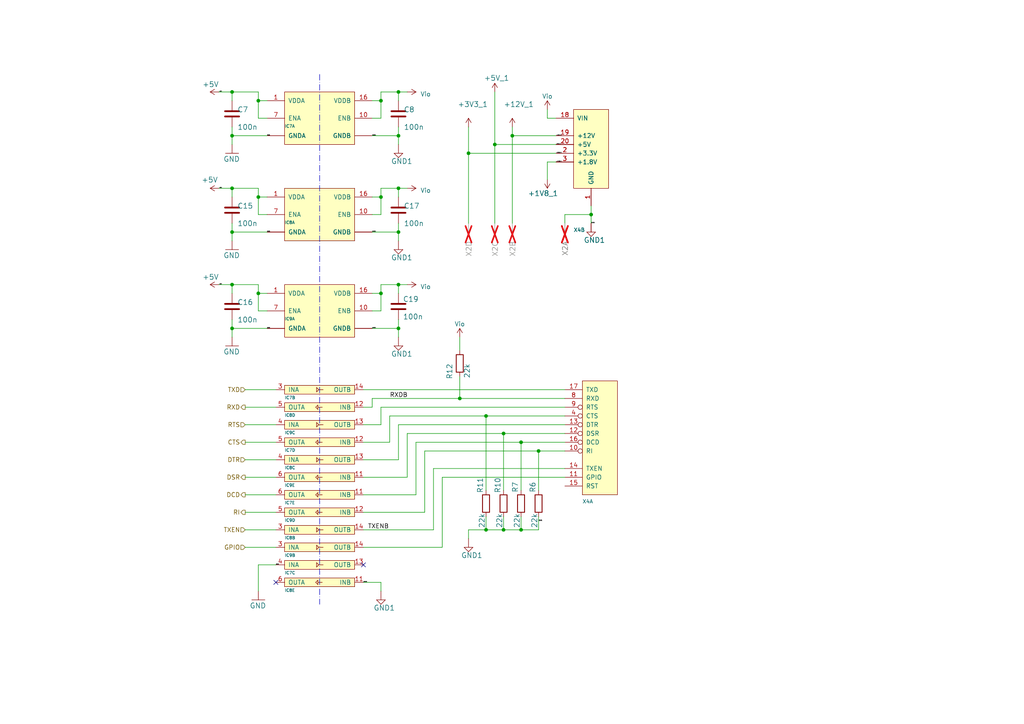
<source format=kicad_sch>
(kicad_sch (version 20250114) (generator "eeschema") (generator_version "9.0")
  (paper "A4")
  (lib_symbols
    (symbol "AllSerial:+12V_1" (power) (pin_names (offset 0))
      (property "Value" "+12V_1" (at 0 3.556 0))
      (symbol "+12V_1_0_1"
        (polyline (pts (xy -0.762 1.27) (xy 0 2.54)))
        (polyline (pts (xy 0 2.54) (xy 0.762 1.27)))
        (polyline (pts (xy 0 0) (xy 0 2.54)))
      )
      (symbol "+12V_1_1_1"
        (pin power_in line (at 0 0 90) (length 0) (hide yes) (name "+12V_1") (number "1"))
      )
    )
    (symbol "AllSerial:+1V8_1" (power) (pin_names (offset 0))
      (property "Value" "+1V8_1" (at 0 3.556 0))
      (symbol "+1V8_1_0_1"
        (polyline (pts (xy -0.762 1.27) (xy 0 2.54)))
        (polyline (pts (xy 0 2.54) (xy 0.762 1.27)))
        (polyline (pts (xy 0 0) (xy 0 2.54)))
      )
      (symbol "+1V8_1_1_1"
        (pin power_in line (at 0 0 90) (length 0) (hide yes) (name "+1V8_1") (number "1"))
      )
    )
    (symbol "AllSerial:+3V3_1" (power) (pin_names (offset 0))
      (property "Value" "+3V3_1" (at 0 3.556 0))
      (symbol "+3V3_1_0_1"
        (polyline (pts (xy -0.762 1.27) (xy 0 2.54)))
        (polyline (pts (xy 0 2.54) (xy 0.762 1.27)))
        (polyline (pts (xy 0 0) (xy 0 2.54)))
      )
      (symbol "+3V3_1_1_1"
        (pin power_in line (at 0 0 90) (length 0) (hide yes) (name "+3V3_1") (number "1"))
      )
    )
    (symbol "AllSerial:+5V_1" (power) (pin_names (offset 0))
      (property "Value" "+5V_1" (at 0 3.556 0))
      (symbol "+5V_1_0_1"
        (polyline (pts (xy -0.762 1.27) (xy 0 2.54)))
        (polyline (pts (xy 0 2.54) (xy 0.762 1.27)))
        (polyline (pts (xy 0 0) (xy 0 2.54)))
      )
      (symbol "+5V_1_1_1"
        (pin power_in line (at 0 0 90) (length 0) (hide yes) (name "+5V_1") (number "1"))
      )
    )
    (symbol "AllSerial:ADuM142" (pin_names (offset 1.016))
      (property "Reference" "IC" (at -10.16 -10.16 0))
      (symbol "ADuM142_1_0"
        (pin power_in line (at -15.24 5.08 0) (length 5.08) (name "VDDA") (number "1"))
        (pin input line (at -15.24 0 0) (length 5.08) (name "ENA") (number "7"))
        (pin power_in line (at -15.24 -5.08 0) (length 5.08) (name "GNDA") (number "2"))
        (pin power_in line (at -15.24 -5.08 0) (length 5.08) (name "GNDA") (number "8"))
        (pin power_in line (at 15.24 5.08 180) (length 5.08) (name "VDDB") (number "16"))
        (pin input line (at 15.24 0 180) (length 5.08) (name "ENB") (number "10"))
        (pin power_in line (at 15.24 -5.08 180) (length 5.08) (name "GNDB") (number "15"))
        (pin power_in line (at 15.24 -5.08 180) (length 5.08) (name "GNDB") (number "9"))
      )
      (symbol "ADuM142_1_1"
        (rectangle (start -10.16 7.62) (end 10.16 -7.62) (fill (type background)))
      )
      (symbol "ADuM142_2_0"
        (polyline (pts (xy -0.889 0.635) (xy -0.889 -0.635)))
        (polyline (pts (xy -0.889 -0.635) (xy -0.254 0)))
        (polyline (pts (xy -0.254 0) (xy -0.889 0.635)))
        (polyline (pts (xy -0.254 0) (xy 1.016 0)))
        (pin input line (at -12.7 0 0) (length 2.54) (name "INA") (number "3"))
        (pin output line (at 12.7 0 180) (length 2.54) (name "OUTB") (number "14"))
      )
      (symbol "ADuM142_2_1"
        (rectangle (start -10.16 1.27) (end 10.16 -1.27) (fill (type background)))
      )
      (symbol "ADuM142_3_0"
        (polyline (pts (xy -0.889 0.635) (xy -0.889 -0.635)))
        (polyline (pts (xy -0.889 -0.635) (xy -0.254 0)))
        (polyline (pts (xy -0.254 0) (xy -0.889 0.635)))
        (polyline (pts (xy -0.254 0) (xy 1.016 0)))
        (pin input line (at -12.7 0 0) (length 2.54) (name "INA") (number "4"))
        (pin output line (at 12.7 0 180) (length 2.54) (name "OUTB") (number "13"))
      )
      (symbol "ADuM142_3_1"
        (rectangle (start -10.16 1.27) (end 10.16 -1.27) (fill (type background)))
      )
      (symbol "ADuM142_4_0"
        (polyline (pts (xy -1.143 0) (xy -0.508 -0.635)))
        (polyline (pts (xy -0.508 0.635) (xy -1.143 0)))
        (polyline (pts (xy -0.508 0) (xy 0.762 0)))
        (polyline (pts (xy -0.508 -0.635) (xy -0.508 0.635)))
        (pin output line (at -12.7 0 0) (length 2.54) (name "OUTA") (number "5"))
        (pin input line (at 12.7 0 180) (length 2.54) (name "INB") (number "12"))
      )
      (symbol "ADuM142_4_1"
        (rectangle (start -10.16 1.27) (end 10.16 -1.27) (fill (type background)))
      )
      (symbol "ADuM142_5_0"
        (polyline (pts (xy -1.143 0) (xy -0.508 -0.635)))
        (polyline (pts (xy -0.508 0.635) (xy -1.143 0)))
        (polyline (pts (xy -0.508 0) (xy 0.762 0)))
        (polyline (pts (xy -0.508 -0.635) (xy -0.508 0.635)))
        (pin output line (at -12.7 0 0) (length 2.54) (name "OUTA") (number "6"))
        (pin input line (at 12.7 0 180) (length 2.54) (name "INB") (number "11"))
      )
      (symbol "ADuM142_5_1"
        (rectangle (start -10.16 1.27) (end 10.16 -1.27) (fill (type background)))
      )
    )
    (symbol "AllSerial:AllSerial_Connector" (pin_names (offset 1.016))
      (property "Reference" "X" (at -5.08 19.05 0))
      (symbol "AllSerial_Connector_1_0"
        (pin output line (at 10.16 15.24 180) (length 5.08) (name "TXD") (number "17"))
        (pin input line (at 10.16 12.7 180) (length 5.08) (name "RXD") (number "8"))
        (pin output inverted (at 10.16 10.16 180) (length 5.08) (name "RTS") (number "9"))
        (pin input inverted (at 10.16 7.62 180) (length 5.08) (name "CTS") (number "4"))
        (pin output inverted (at 10.16 5.08 180) (length 5.08) (name "DTR") (number "13"))
        (pin input inverted (at 10.16 2.54 180) (length 5.08) (name "DSR") (number "12"))
        (pin input inverted (at 10.16 0 180) (length 5.08) (name "DCD") (number "16"))
        (pin input inverted (at 10.16 -2.54 180) (length 5.08) (name "RI") (number "10"))
        (pin output line (at 10.16 -7.62 180) (length 5.08) (name "TXEN") (number "14"))
        (pin bidirectional line (at 10.16 -10.16 180) (length 5.08) (name "GPIO") (number "11"))
        (pin bidirectional line (at 10.16 -12.7 180) (length 5.08) (name "RST") (number "15"))
      )
      (symbol "AllSerial_Connector_1_1"
        (rectangle (start -5.08 17.78) (end 5.08 -15.24) (fill (type background)))
      )
      (symbol "AllSerial_Connector_2_0"
        (pin bidirectional line (at 0 -10.16 90) (length 5.08) (name "GND") (number "1"))
        (pin bidirectional line (at 10.16 15.24 180) (length 5.08) (name "VIN") (number "18"))
        (pin bidirectional line (at 10.16 10.16 180) (length 5.08) (name "+12V") (number "19"))
        (pin bidirectional line (at 10.16 7.62 180) (length 5.08) (name "+5V") (number "20"))
        (pin bidirectional line (at 10.16 5.08 180) (length 5.08) (name "+3.3V") (number "2"))
        (pin bidirectional line (at 10.16 2.54 180) (length 5.08) (name "+1.8V") (number "3"))
      )
      (symbol "AllSerial_Connector_2_1"
        (rectangle (start -5.08 17.78) (end 5.08 -5.08) (fill (type background)))
      )
      (symbol "AllSerial_Connector_3_0"
        (pin bidirectional line (at 10.16 15.24 180) (length 5.08) (name "VUSB") (number "7"))
        (pin bidirectional line (at 10.16 12.7 180) (length 5.08) (name "D+") (number "6"))
        (pin bidirectional line (at 10.16 10.16 180) (length 5.08) (name "D-") (number "5"))
      )
      (symbol "AllSerial_Connector_3_1"
        (rectangle (start -5.08 17.78) (end 5.08 7.62) (fill (type background)))
      )
    )
    (symbol "AllSerial:Vio" (power) (pin_names (offset 0))
      (property "Value" "Vio" (at 0 3.556 0))
      (symbol "Vio_0_1"
        (polyline (pts (xy -0.762 1.27) (xy 0 2.54)))
        (polyline (pts (xy 0 2.54) (xy 0.762 1.27)))
        (polyline (pts (xy 0 0) (xy 0 2.54)))
      )
      (symbol "Vio_1_1"
        (pin power_in line (at 0 0 90) (length 0) (hide yes) (name "Vio") (number "1"))
      )
    )
    (symbol "Device:C" (pin_numbers (hide yes)) (pin_names (offset 0.254))
      (property "Reference" "C" (at 0.635 2.54 0))
      (property "Value" "C" (at 0.635 -2.54 0))
      (symbol "C_0_1"
        (polyline (pts (xy -2.032 0.762) (xy 2.032 0.762)) (stroke (width 0.508)))
        (polyline (pts (xy -2.032 -0.762) (xy 2.032 -0.762)) (stroke (width 0.508)))
      )
      (symbol "C_1_1"
        (pin passive line (at 0 3.81 270) (length 2.794) (name "~") (number "1"))
        (pin passive line (at 0 -3.81 90) (length 2.794) (name "~") (number "2"))
      )
    )
    (symbol "Device:R" (pin_numbers (hide yes)) (pin_names (offset 0))
      (property "Reference" "R" (at 2.032 0 90))
      (property "Value" "R" (at 0 0 90))
      (symbol "R_0_1"
        (rectangle (start -1.016 -2.54) (end 1.016 2.54) (stroke (width 0.254)))
      )
      (symbol "R_1_1"
        (pin passive line (at 0 3.81 270) (length 1.27) (name "~") (number "1"))
        (pin passive line (at 0 -3.81 90) (length 1.27) (name "~") (number "2"))
      )
    )
    (symbol "FTDI_master-eagle-import:AKL18X-04W" (pin_names (offset 1.016))
      (property "Reference" "X" (at 2.54 -0.762 0))
      (symbol "AKL18X-04W_1_0"
        (polyline (pts (xy 1.27 0) (xy 0 0)))
        (pin passive line (at -2.54 0 0) (length 2.54) (name "S") (number "P$1"))
      )
      (symbol "AKL18X-04W_2_0"
        (polyline (pts (xy 1.27 0) (xy 0 0)))
        (pin passive line (at -2.54 0 0) (length 2.54) (name "S") (number "P$2"))
      )
      (symbol "AKL18X-04W_3_0"
        (polyline (pts (xy 1.27 0) (xy 0 0)))
        (pin passive line (at -2.54 0 0) (length 2.54) (name "S") (number "P$3"))
      )
      (symbol "AKL18X-04W_4_0"
        (polyline (pts (xy 1.27 0) (xy 0 0)))
        (pin passive line (at -2.54 0 0) (length 2.54) (name "S") (number "P$4"))
      )
    )
    (symbol "FTDI_master-eagle-import:GND" (power) (pin_names (offset 1.016))
      (property "Value" "GND" (at -2.54 -2.54 0))
      (symbol "GND_1_0"
        (polyline (pts (xy -1.905 0) (xy 1.905 0)))
        (pin power_in line (at 0 2.54 270) (length 2.54) (name "GND") (number "1"))
      )
    )
    (symbol "FTDI_master-eagle-import:GND1" (power) (pin_names (offset 1.016))
      (property "Value" "GND1" (at -2.159 -3.175 0))
      (symbol "GND1_1_0"
        (polyline (pts (xy -1.27 0) (xy 1.27 0)))
        (polyline (pts (xy 0 -1.27) (xy -1.27 0)))
        (polyline (pts (xy 1.27 0) (xy 0 -1.27)))
        (pin power_in line (at 0 2.54 270) (length 2.54) (name "GND1") (number "1"))
      )
    )
    (symbol "power:+5V" (power) (pin_names (offset 0))
      (property "Value" "+5V" (at 0 3.556 0))
      (symbol "+5V_0_1"
        (polyline (pts (xy -0.762 1.27) (xy 0 2.54)))
        (polyline (pts (xy 0 2.54) (xy 0.762 1.27)))
        (polyline (pts (xy 0 0) (xy 0 2.54)))
      )
      (symbol "+5V_1_1"
        (pin power_in line (at 0 0 90) (length 0) (hide yes) (name "+5V") (number "1"))
      )
    )
  )
  (junction (at 135.89 44.45))
  (junction (at 110.49 85.09))
  (junction (at 115.57 39.37))
  (junction (at 115.57 95.25))
  (junction (at 74.93 57.15))
  (junction (at 146.05 153.67))
  (junction (at 115.57 54.61))
  (junction (at 74.93 29.21))
  (junction (at 115.57 82.55))
  (junction (at 151.13 153.67))
  (junction (at 171.45 62.23))
  (junction (at 151.13 128.27))
  (junction (at 67.31 67.31))
  (junction (at 115.57 26.67))
  (junction (at 146.05 125.73))
  (junction (at 110.49 57.15))
  (junction (at 156.21 130.81))
  (junction (at 67.31 26.67))
  (junction (at 140.97 153.67))
  (junction (at 140.97 120.65))
  (junction (at 74.93 85.09))
  (junction (at 67.31 54.61))
  (junction (at 148.59 39.37))
  (junction (at 115.57 67.31))
  (junction (at 143.51 41.91))
  (junction (at 67.31 95.25))
  (junction (at 133.35 115.57))
  (junction (at 67.31 39.37))
  (junction (at 67.31 82.55))
  (junction (at 110.49 29.21))
  (no_connect (at 105.41 163.83))
  (no_connect (at 80.01 168.91))
  (wire (pts (xy 71.12 148.59) (xy 80.01 148.59)))
  (wire (pts (xy 110.49 123.19) (xy 105.41 123.19)))
  (wire (pts (xy 163.83 118.11) (xy 110.49 118.11)))
  (wire (pts (xy 107.95 62.23) (xy 110.49 62.23)))
  (wire (pts (xy 115.57 82.55) (xy 110.49 82.55)))
  (wire (pts (xy 67.31 54.61) (xy 67.31 57.15)))
  (wire (pts (xy 77.47 90.17) (xy 74.93 90.17)))
  (wire (pts (xy 71.12 158.75) (xy 80.01 158.75)))
  (wire (pts (xy 115.57 54.61) (xy 118.11 54.61)))
  (wire (pts (xy 163.83 130.81) (xy 156.21 130.81)))
  (wire (pts (xy 74.93 90.17) (xy 74.93 85.09)))
  (wire (pts (xy 151.13 153.67) (xy 146.05 153.67)))
  (wire (pts (xy 67.31 95.25) (xy 67.31 92.71)))
  (wire (pts (xy 67.31 39.37) (xy 67.31 36.83)))
  (wire (pts (xy 71.12 143.51) (xy 80.01 143.51)))
  (wire (pts (xy 77.47 67.31) (xy 67.31 67.31)))
  (wire (pts (xy 74.93 85.09) (xy 74.93 82.55)))
  (wire (pts (xy 151.13 128.27) (xy 120.65 128.27)))
  (wire (pts (xy 115.57 29.21) (xy 115.57 26.67)))
  (wire (pts (xy 146.05 125.73) (xy 118.11 125.73)))
  (wire (pts (xy 74.93 26.67) (xy 67.31 26.67)))
  (wire (pts (xy 156.21 149.86) (xy 156.21 153.67)))
  (wire (pts (xy 67.31 95.25) (xy 67.31 97.79)))
  (wire (pts (xy 71.12 128.27) (xy 80.01 128.27)))
  (wire (pts (xy 110.49 118.11) (xy 110.49 123.19)))
  (wire (pts (xy 74.93 29.21) (xy 77.47 29.21)))
  (wire (pts (xy 71.12 133.35) (xy 80.01 133.35)))
  (wire (pts (xy 67.31 67.31) (xy 67.31 69.85)))
  (wire (pts (xy 135.89 36.83) (xy 135.89 44.45)))
  (wire (pts (xy 115.57 67.31) (xy 115.57 64.77)))
  (wire (pts (xy 135.89 44.45) (xy 135.89 64.77)))
  (wire (pts (xy 163.83 135.89) (xy 125.73 135.89)))
  (wire (pts (xy 120.65 128.27) (xy 120.65 143.51)))
  (wire (pts (xy 133.35 115.57) (xy 163.83 115.57)))
  (wire (pts (xy 140.97 120.65) (xy 113.03 120.65)))
  (wire (pts (xy 107.95 90.17) (xy 110.49 90.17)))
  (wire (pts (xy 63.5 26.67) (xy 67.31 26.67)))
  (wire (pts (xy 63.5 54.61) (xy 67.31 54.61)))
  (wire (pts (xy 115.57 57.15) (xy 115.57 54.61)))
  (wire (pts (xy 107.95 118.11) (xy 105.41 118.11)))
  (wire (pts (xy 171.45 64.77) (xy 171.45 62.23)))
  (wire (pts (xy 123.19 148.59) (xy 105.41 148.59)))
  (wire (pts (xy 113.03 128.27) (xy 105.41 128.27)))
  (wire (pts (xy 118.11 125.73) (xy 118.11 138.43)))
  (wire (pts (xy 110.49 26.67) (xy 110.49 29.21)))
  (wire (pts (xy 151.13 128.27) (xy 151.13 142.24)))
  (wire (pts (xy 74.93 82.55) (xy 67.31 82.55)))
  (wire (pts (xy 77.47 39.37) (xy 67.31 39.37)))
  (wire (pts (xy 163.83 125.73) (xy 146.05 125.73)))
  (wire (pts (xy 71.12 123.19) (xy 80.01 123.19)))
  (wire (pts (xy 128.27 158.75) (xy 105.41 158.75)))
  (wire (pts (xy 146.05 153.67) (xy 140.97 153.67)))
  (wire (pts (xy 110.49 90.17) (xy 110.49 85.09)))
  (polyline (pts (xy 92.71 21.59) (xy 92.71 175.26)) (stroke (width 0) (type dash_dot)))
  (wire (pts (xy 115.57 39.37) (xy 115.57 41.91)))
  (wire (pts (xy 77.47 62.23) (xy 74.93 62.23)))
  (wire (pts (xy 163.83 128.27) (xy 151.13 128.27)))
  (wire (pts (xy 156.21 130.81) (xy 156.21 142.24)))
  (wire (pts (xy 105.41 168.91) (xy 110.49 168.91)))
  (wire (pts (xy 118.11 138.43) (xy 105.41 138.43)))
  (wire (pts (xy 115.57 54.61) (xy 110.49 54.61)))
  (wire (pts (xy 74.93 163.83) (xy 74.93 171.45)))
  (wire (pts (xy 133.35 109.22) (xy 133.35 115.57)))
  (wire (pts (xy 115.57 95.25) (xy 115.57 97.79)))
  (wire (pts (xy 161.29 46.99) (xy 158.75 46.99)))
  (wire (pts (xy 163.83 120.65) (xy 140.97 120.65)))
  (wire (pts (xy 74.93 54.61) (xy 67.31 54.61)))
  (wire (pts (xy 63.5 82.55) (xy 67.31 82.55)))
  (wire (pts (xy 115.57 26.67) (xy 118.11 26.67)))
  (wire (pts (xy 115.57 67.31) (xy 115.57 69.85)))
  (wire (pts (xy 156.21 130.81) (xy 123.19 130.81)))
  (wire (pts (xy 74.93 57.15) (xy 74.93 54.61)))
  (wire (pts (xy 67.31 26.67) (xy 67.31 29.21)))
  (wire (pts (xy 123.19 130.81) (xy 123.19 148.59)))
  (wire (pts (xy 110.49 29.21) (xy 107.95 29.21)))
  (wire (pts (xy 74.93 29.21) (xy 74.93 26.67)))
  (wire (pts (xy 115.57 133.35) (xy 105.41 133.35)))
  (wire (pts (xy 163.83 62.23) (xy 163.83 64.77)))
  (wire (pts (xy 107.95 115.57) (xy 133.35 115.57)))
  (wire (pts (xy 163.83 138.43) (xy 128.27 138.43)))
  (wire (pts (xy 77.47 95.25) (xy 67.31 95.25)))
  (wire (pts (xy 110.49 54.61) (xy 110.49 57.15)))
  (wire (pts (xy 143.51 41.91) (xy 143.51 64.77)))
  (wire (pts (xy 115.57 82.55) (xy 118.11 82.55)))
  (wire (pts (xy 113.03 120.65) (xy 113.03 128.27)))
  (wire (pts (xy 158.75 34.29) (xy 158.75 31.75)))
  (wire (pts (xy 115.57 39.37) (xy 115.57 36.83)))
  (wire (pts (xy 143.51 26.67) (xy 143.51 41.91)))
  (wire (pts (xy 71.12 138.43) (xy 80.01 138.43)))
  (wire (pts (xy 146.05 125.73) (xy 146.05 142.24)))
  (wire (pts (xy 115.57 85.09) (xy 115.57 82.55)))
  (wire (pts (xy 133.35 97.79) (xy 133.35 101.6)))
  (wire (pts (xy 125.73 135.89) (xy 125.73 153.67)))
  (wire (pts (xy 156.21 153.67) (xy 151.13 153.67)))
  (wire (pts (xy 74.93 57.15) (xy 77.47 57.15)))
  (wire (pts (xy 158.75 46.99) (xy 158.75 52.07)))
  (wire (pts (xy 107.95 39.37) (xy 115.57 39.37)))
  (wire (pts (xy 171.45 62.23) (xy 163.83 62.23)))
  (wire (pts (xy 67.31 82.55) (xy 67.31 85.09)))
  (wire (pts (xy 80.01 163.83) (xy 74.93 163.83)))
  (wire (pts (xy 67.31 39.37) (xy 67.31 41.91)))
  (wire (pts (xy 107.95 34.29) (xy 110.49 34.29)))
  (wire (pts (xy 140.97 120.65) (xy 140.97 142.24)))
  (wire (pts (xy 71.12 113.03) (xy 80.01 113.03)))
  (wire (pts (xy 135.89 156.21) (xy 135.89 153.67)))
  (wire (pts (xy 128.27 138.43) (xy 128.27 158.75)))
  (wire (pts (xy 163.83 123.19) (xy 115.57 123.19)))
  (wire (pts (xy 110.49 85.09) (xy 107.95 85.09)))
  (wire (pts (xy 161.29 39.37) (xy 148.59 39.37)))
  (wire (pts (xy 163.83 113.03) (xy 105.41 113.03)))
  (wire (pts (xy 151.13 149.86) (xy 151.13 153.67)))
  (wire (pts (xy 120.65 143.51) (xy 105.41 143.51)))
  (wire (pts (xy 71.12 153.67) (xy 80.01 153.67)))
  (wire (pts (xy 115.57 26.67) (xy 110.49 26.67)))
  (wire (pts (xy 67.31 67.31) (xy 67.31 64.77)))
  (wire (pts (xy 143.51 41.91) (xy 161.29 41.91)))
  (wire (pts (xy 110.49 34.29) (xy 110.49 29.21)))
  (wire (pts (xy 110.49 168.91) (xy 110.49 171.45)))
  (wire (pts (xy 140.97 149.86) (xy 140.97 153.67)))
  (wire (pts (xy 110.49 62.23) (xy 110.49 57.15)))
  (wire (pts (xy 135.89 44.45) (xy 161.29 44.45)))
  (wire (pts (xy 110.49 57.15) (xy 107.95 57.15)))
  (wire (pts (xy 115.57 95.25) (xy 115.57 92.71)))
  (wire (pts (xy 110.49 82.55) (xy 110.49 85.09)))
  (wire (pts (xy 107.95 115.57) (xy 107.95 118.11)))
  (wire (pts (xy 115.57 123.19) (xy 115.57 133.35)))
  (wire (pts (xy 146.05 149.86) (xy 146.05 153.67)))
  (wire (pts (xy 148.59 39.37) (xy 148.59 36.83)))
  (wire (pts (xy 71.12 118.11) (xy 80.01 118.11)))
  (wire (pts (xy 107.95 67.31) (xy 115.57 67.31)))
  (wire (pts (xy 140.97 153.67) (xy 135.89 153.67)))
  (wire (pts (xy 171.45 62.23) (xy 171.45 59.69)))
  (wire (pts (xy 77.47 34.29) (xy 74.93 34.29)))
  (wire (pts (xy 148.59 39.37) (xy 148.59 64.77)))
  (wire (pts (xy 74.93 62.23) (xy 74.93 57.15)))
  (wire (pts (xy 74.93 34.29) (xy 74.93 29.21)))
  (wire (pts (xy 74.93 85.09) (xy 77.47 85.09)))
  (wire (pts (xy 107.95 95.25) (xy 115.57 95.25)))
  (wire (pts (xy 161.29 34.29) (xy 158.75 34.29)))
  (wire (pts (xy 125.73 153.67) (xy 105.41 153.67)))
  (label "GND1" (at 156.21 151.13 0) (effects (font (size 0.254 0.254))))
  (label "GND1" (at 105.41 168.91 0) (effects (font (size 0.254 0.254))))
  (label "+5V" (at 63.5 82.55 0) (effects (font (size 0.254 0.254))))
  (label "+3V3/1" (at 161.29 44.45 0) (effects (font (size 0.254 0.254))))
  (label "TXENB" (at 106.68 153.67 0))
  (label "GND" (at 77.47 39.37 0) (effects (font (size 0.254 0.254))))
  (label "GND1" (at 107.95 95.25 0) (effects (font (size 0.254 0.254))))
  (label "GND1" (at 171.45 64.77 0) (effects (font (size 0.254 0.254))))
  (label "GND" (at 77.47 95.25 0) (effects (font (size 0.254 0.254))))
  (label "GND1" (at 107.95 67.31 0) (effects (font (size 0.254 0.254))))
  (label "GND" (at 80.01 163.83 0) (effects (font (size 0.254 0.254))))
  (label "+12V/1" (at 161.29 39.37 0) (effects (font (size 0.254 0.254))))
  (label "+5V" (at 63.5 54.61 0) (effects (font (size 0.254 0.254))))
  (label "RXDB" (at 113.03 115.57 0))
  (label "+1V8/1" (at 161.29 46.99 0) (effects (font (size 0.254 0.254))))
  (label "GND" (at 77.47 67.31 0) (effects (font (size 0.254 0.254))))
  (label "GND1" (at 107.95 39.37 0) (effects (font (size 0.254 0.254))))
  (label "+5V/1" (at 161.29 41.91 0) (effects (font (size 0.254 0.254))))
  (label "+5V" (at 63.5 26.67 0) (effects (font (size 0.254 0.254))))
  (hierarchical_label "CTS" (shape output) (at 71.12 128.27 180))
  (hierarchical_label "TXD" (shape input) (at 71.12 113.03 180))
  (hierarchical_label "RI" (shape output) (at 71.12 148.59 180))
  (hierarchical_label "RXD" (shape output) (at 71.12 118.11 180))
  (hierarchical_label "TXEN" (shape input) (at 71.12 153.67 180))
  (hierarchical_label "DCD" (shape output) (at 71.12 143.51 180))
  (hierarchical_label "RTS" (shape input) (at 71.12 123.19 180))
  (hierarchical_label "GPIO" (shape input) (at 71.12 158.75 180))
  (hierarchical_label "DSR" (shape output) (at 71.12 138.43 180))
  (hierarchical_label "DTR" (shape input) (at 71.12 133.35 180))
  (symbol (lib_id "AllSerial:+12V_1") (at 148.59 36.83 0) (unit 1)
    (property "Reference" "#U$014" (effects (hide yes)))
    (property "Value" "+12V_1" (at 146.05 31.115 0) (effects (font (size 1.4986 1.4986)) (justify left bottom)))
  )
  (symbol (lib_id "AllSerial:+3V3_1") (at 135.89 36.83 0) (unit 1)
    (property "Reference" "#U$015" (effects (hide yes)))
    (property "Value" "+3V3_1" (at 132.715 31.115 0) (effects (font (size 1.4986 1.4986)) (justify left bottom)))
  )
  (symbol (lib_id "Device:R") (at 156.21 146.05 180) (unit 1)
    (property "Reference" "R6" (at 153.67 139.7 90) (effects (font (size 1.4986 1.4986)) (justify left bottom)))
    (property "Value" "22k" (at 154.178 148.844 90) (effects (font (size 1.4986 1.4986)) (justify left bottom)))
    (property "Footprint" "Resistor_SMD:R_0805_2012Metric" (effects (hide yes)))
    (property "Description" "Resistor" (effects (hide yes)))
  )
  (symbol (lib_id "FTDI_master-eagle-import:GND1") (at 115.57 100.33 0) (unit 1)
    (property "Reference" "#SUPPLY05" (effects (hide yes)))
    (property "Value" "GND1" (at 113.411 103.505 0) (effects (font (size 1.4986 1.4986)) (justify left bottom)))
  )
  (symbol (lib_id "Device:C") (at 115.57 60.96 0) (unit 1)
    (property "Reference" "C17" (at 117.094 60.579 0) (effects (font (size 1.4986 1.4986)) (justify left bottom)))
    (property "Value" "100n" (at 117.094 65.659 0) (effects (font (size 1.4986 1.4986)) (justify left bottom)))
    (property "Footprint" "Capacitor_SMD:C_0603_1608Metric" (effects (hide yes)))
    (property "Description" "Unpolarized capacitor" (effects (hide yes)))
    (property "LCSC" "C14663" (effects (hide yes)))
  )
  (symbol (lib_id "FTDI_master-eagle-import:GND") (at 74.93 173.99 0) (unit 1)
    (property "Reference" "#GND03" (effects (hide yes)))
    (property "Value" "GND" (at 72.39 176.53 0) (effects (font (size 1.4986 1.4986)) (justify left bottom)))
  )
  (symbol (lib_id "AllSerial:ADuM142") (at 92.71 128.27 0) (unit 4)
    (property "Reference" "IC7" (at 82.55 131.064 0) (effects (font (size 0.8636 0.8636)) (justify left bottom)))
    (property "Value" "ADuM142E0BRQZ-RL7" (effects (hide yes)))
    (property "Footprint" "Package_SO:QSOP-16_3.9x4.9mm_P0.635mm" (effects (hide yes)))
    (property "LCSC" "C660448" (effects (hide yes)))
  )
  (symbol (lib_id "AllSerial:ADuM142") (at 92.71 143.51 0) (unit 5)
    (property "Reference" "IC7" (at 82.55 146.304 0) (effects (font (size 0.8636 0.8636)) (justify left bottom)))
    (property "Value" "ADuM142E0BRQZ-RL7" (effects (hide yes)))
    (property "Footprint" "Package_SO:QSOP-16_3.9x4.9mm_P0.635mm" (effects (hide yes)))
    (property "LCSC" "C660448" (effects (hide yes)))
  )
  (symbol (lib_id "AllSerial:ADuM142") (at 92.71 113.03 0) (unit 2)
    (property "Reference" "IC7" (at 82.55 115.824 0) (effects (font (size 0.8636 0.8636)) (justify left bottom)))
    (property "Value" "ADuM142E0BRQZ-RL7" (effects (hide yes)))
    (property "Footprint" "Package_SO:QSOP-16_3.9x4.9mm_P0.635mm" (effects (hide yes)))
    (property "LCSC" "C660448" (effects (hide yes)))
  )
  (symbol (lib_id "AllSerial:ADuM142") (at 92.71 163.83 0) (unit 3)
    (property "Reference" "IC7" (at 82.55 166.624 0) (effects (font (size 0.8636 0.8636)) (justify left bottom)))
    (property "Value" "ADuM142E0BRQZ-RL7" (effects (hide yes)))
    (property "Footprint" "Package_SO:QSOP-16_3.9x4.9mm_P0.635mm" (effects (hide yes)))
    (property "LCSC" "C660448" (effects (hide yes)))
  )
  (symbol (lib_id "AllSerial:ADuM142") (at 92.71 34.29 0) (unit 1)
    (property "Reference" "IC7" (at 82.55 37.084 0) (effects (font (size 0.8636 0.8636)) (justify left bottom)))
    (property "Value" "ADuM142E0BRQZ-RL7" (effects (hide yes)))
    (property "Footprint" "Package_SO:QSOP-16_3.9x4.9mm_P0.635mm" (effects (hide yes)))
    (property "LCSC" "C660448" (effects (hide yes)))
  )
  (symbol (lib_id "Device:R") (at 140.97 146.05 180) (unit 1)
    (property "Reference" "R11" (at 138.43 138.43 90) (effects (font (size 1.4986 1.4986)) (justify left bottom)))
    (property "Value" "22k" (at 138.938 148.844 90) (effects (font (size 1.4986 1.4986)) (justify left bottom)))
    (property "Footprint" "Resistor_SMD:R_0805_2012Metric" (effects (hide yes)))
    (property "Description" "Resistor" (effects (hide yes)))
  )
  (symbol (lib_id "AllSerial:AllSerial_Connector") (at 173.99 128.27 0) (mirror y) (unit 1)
    (property "Reference" "X4" (at 168.91 146.05 0) (effects (font (size 1.0668 1.0668)) (justify right bottom)))
    (property "Value" "ALLSERIALMASTERM" (effects (hide yes)))
    (property "Footprint" "AllSerial:MasterBoard" (effects (hide yes)))
    (property "LCSC" "C124406" (effects (hide yes)))
  )
  (symbol (lib_id "AllSerial:AllSerial_Connector") (at 171.45 49.53 0) (mirror y) (unit 2)
    (property "Reference" "X4" (at 166.37 67.31 0) (effects (font (size 1.0668 1.0668)) (justify right bottom)))
    (property "Value" "ALLSERIALMASTERM" (effects (hide yes)))
    (property "Footprint" "AllSerial:MasterBoard" (effects (hide yes)))
    (property "LCSC" "C124406" (effects (hide yes)))
  )
  (symbol (lib_id "FTDI_master-eagle-import:GND1") (at 135.89 158.75 0) (unit 1)
    (property "Reference" "#SUPPLY08" (effects (hide yes)))
    (property "Value" "GND1" (at 133.731 161.925 0) (effects (font (size 1.4986 1.4986)) (justify left bottom)))
  )
  (symbol (lib_id "Device:C") (at 67.31 88.9 0) (unit 1)
    (property "Reference" "C16" (at 68.834 88.519 0) (effects (font (size 1.4986 1.4986)) (justify left bottom)))
    (property "Value" "100n" (at 68.834 93.599 0) (effects (font (size 1.4986 1.4986)) (justify left bottom)))
    (property "Footprint" "Capacitor_SMD:C_0603_1608Metric" (effects (hide yes)))
    (property "Description" "Unpolarized capacitor" (effects (hide yes)))
    (property "LCSC" "C14663" (effects (hide yes)))
  )
  (symbol (lib_id "FTDI_master-eagle-import:GND1") (at 110.49 173.99 0) (unit 1)
    (property "Reference" "#SUPPLY042" (effects (hide yes)))
    (property "Value" "GND1" (at 108.331 177.165 0) (effects (font (size 1.4986 1.4986)) (justify left bottom)))
  )
  (symbol (lib_id "power:+5V") (at 63.5 54.61 90) (unit 1)
    (property "Reference" "#P+011" (effects (hide yes)))
    (property "Value" "+5V" (at 63.246 51.308 90) (effects (font (size 1.4986 1.4986)) (justify left bottom)))
  )
  (symbol (lib_id "FTDI_master-eagle-import:GND1") (at 115.57 72.39 0) (unit 1)
    (property "Reference" "#SUPPLY03" (effects (hide yes)))
    (property "Value" "GND1" (at 113.411 75.565 0) (effects (font (size 1.4986 1.4986)) (justify left bottom)))
  )
  (symbol (lib_id "Device:C") (at 115.57 88.9 0) (unit 1)
    (property "Reference" "C19" (at 116.84 87.63 0) (effects (font (size 1.4986 1.4986)) (justify left bottom)))
    (property "Value" "100n" (at 116.84 92.71 0) (effects (font (size 1.4986 1.4986)) (justify left bottom)))
    (property "Footprint" "Capacitor_SMD:C_0603_1608Metric" (effects (hide yes)))
    (property "Description" "Unpolarized capacitor" (effects (hide yes)))
    (property "LCSC" "C14663" (effects (hide yes)))
  )
  (symbol (lib_id "FTDI_master-eagle-import:GND") (at 67.31 44.45 0) (unit 1)
    (property "Reference" "#GND01" (effects (hide yes)))
    (property "Value" "GND" (at 64.77 46.99 0) (effects (font (size 1.4986 1.4986)) (justify left bottom)))
  )
  (symbol (lib_id "AllSerial:+5V_1") (at 143.51 26.67 0) (unit 1)
    (property "Reference" "#SUPPLY019" (effects (hide yes)))
    (property "Value" "+5V_1" (at 140.335 23.495 0) (effects (font (size 1.4986 1.4986)) (justify left bottom)))
  )
  (symbol (lib_id "Device:C") (at 67.31 60.96 0) (unit 1)
    (property "Reference" "C15" (at 68.834 60.579 0) (effects (font (size 1.4986 1.4986)) (justify left bottom)))
    (property "Value" "100n" (at 68.834 65.659 0) (effects (font (size 1.4986 1.4986)) (justify left bottom)))
    (property "Footprint" "Capacitor_SMD:C_0603_1608Metric" (effects (hide yes)))
    (property "Description" "Unpolarized capacitor" (effects (hide yes)))
    (property "LCSC" "C14663" (effects (hide yes)))
  )
  (symbol (lib_id "Device:C") (at 67.31 33.02 0) (unit 1)
    (property "Reference" "C7" (at 68.834 32.639 0) (effects (font (size 1.4986 1.4986)) (justify left bottom)))
    (property "Value" "100n" (at 68.834 37.719 0) (effects (font (size 1.4986 1.4986)) (justify left bottom)))
    (property "Footprint" "Capacitor_SMD:C_0603_1608Metric" (effects (hide yes)))
    (property "Description" "Unpolarized capacitor" (effects (hide yes)))
    (property "LCSC" "C14663" (effects (hide yes)))
  )
  (symbol (lib_id "FTDI_master-eagle-import:GND1") (at 171.45 67.31 0) (unit 1)
    (property "Reference" "#SUPPLY09" (effects (hide yes)))
    (property "Value" "GND1" (at 169.291 70.485 0) (effects (font (size 1.4986 1.4986)) (justify left bottom)))
  )
  (symbol (lib_id "power:+5V") (at 63.5 82.55 90) (unit 1)
    (property "Reference" "#P+012" (effects (hide yes)))
    (property "Value" "+5V" (at 63.5 79.502 90) (effects (font (size 1.4986 1.4986)) (justify left bottom)))
  )
  (symbol (lib_id "AllSerial:+1V8_1") (at 158.75 52.07 180) (unit 1)
    (property "Reference" "#U$05" (effects (hide yes)))
    (property "Value" "+1V8_1" (at 161.925 55.245 0) (effects (font (size 1.4986 1.4986)) (justify left bottom)))
  )
  (symbol (lib_id "Device:R") (at 146.05 146.05 180) (unit 1)
    (property "Reference" "R10" (at 143.51 138.43 90) (effects (font (size 1.4986 1.4986)) (justify left bottom)))
    (property "Value" "22k" (at 144.018 148.844 90) (effects (font (size 1.4986 1.4986)) (justify left bottom)))
    (property "Footprint" "Resistor_SMD:R_0805_2012Metric" (effects (hide yes)))
    (property "Description" "Resistor" (effects (hide yes)))
  )
  (symbol (lib_id "Device:C") (at 115.57 33.02 0) (unit 1)
    (property "Reference" "C8" (at 117.094 32.639 0) (effects (font (size 1.4986 1.4986)) (justify left bottom)))
    (property "Value" "100n" (at 117.094 37.719 0) (effects (font (size 1.4986 1.4986)) (justify left bottom)))
    (property "Footprint" "Capacitor_SMD:C_0603_1608Metric" (effects (hide yes)))
    (property "Description" "Unpolarized capacitor" (effects (hide yes)))
    (property "LCSC" "C14663" (effects (hide yes)))
  )
  (symbol (lib_id "FTDI_master-eagle-import:GND1") (at 115.57 44.45 0) (unit 1)
    (property "Reference" "#SUPPLY014" (effects (hide yes)))
    (property "Value" "GND1" (at 113.411 47.625 0) (effects (font (size 1.4986 1.4986)) (justify left bottom)))
  )
  (symbol (lib_id "FTDI_master-eagle-import:GND") (at 67.31 72.39 0) (unit 1)
    (property "Reference" "#GND08" (effects (hide yes)))
    (property "Value" "GND" (at 64.77 74.93 0) (effects (font (size 1.4986 1.4986)) (justify left bottom)))
  )
  (symbol (lib_id "power:+5V") (at 63.5 26.67 90) (unit 1)
    (property "Reference" "#P+08" (effects (hide yes)))
    (property "Value" "+5V" (at 63.5 23.622 90) (effects (font (size 1.4986 1.4986)) (justify left bottom)))
  )
  (symbol (lib_id "Device:R") (at 151.13 146.05 180) (unit 1)
    (property "Reference" "R7" (at 148.59 139.7 90) (effects (font (size 1.4986 1.4986)) (justify left bottom)))
    (property "Value" "22k" (at 149.098 148.844 90) (effects (font (size 1.4986 1.4986)) (justify left bottom)))
    (property "Footprint" "Resistor_SMD:R_0805_2012Metric" (effects (hide yes)))
    (property "Description" "Resistor" (effects (hide yes)))
  )
  (symbol (lib_id "FTDI_master-eagle-import:AKL18X-04W") (at 135.89 67.31 270) (unit 4) (dnp yes)
    (property "Reference" "X2" (at 135.128 69.85 0) (effects (font (size 1.4986 1.4986)) (justify left bottom)))
    (property "Value" "AKL18X-04W" (effects (hide yes)))
    (property "Footprint" "AllSerial:Metz_PT11304HBBN_182" (effects (hide yes)))
  )
  (symbol (lib_id "FTDI_master-eagle-import:AKL18X-04W") (at 143.51 67.31 270) (unit 3) (dnp yes)
    (property "Reference" "X2" (at 142.748 69.85 0) (effects (font (size 1.4986 1.4986)) (justify left bottom)))
    (property "Value" "AKL18X-04W" (effects (hide yes)))
    (property "Footprint" "AllSerial:Metz_PT11304HBBN_182" (effects (hide yes)))
  )
  (symbol (lib_id "FTDI_master-eagle-import:AKL18X-04W") (at 148.59 67.31 270) (unit 2) (dnp yes)
    (property "Reference" "X2" (at 147.828 69.85 0) (effects (font (size 1.4986 1.4986)) (justify left bottom)))
    (property "Value" "AKL18X-04W" (effects (hide yes)))
    (property "Footprint" "AllSerial:Metz_PT11304HBBN_182" (effects (hide yes)))
  )
  (symbol (lib_id "FTDI_master-eagle-import:AKL18X-04W") (at 163.83 67.31 270) (unit 1) (dnp yes)
    (property "Reference" "X2" (at 163.068 69.85 0) (effects (font (size 1.4986 1.4986)) (justify left bottom)))
    (property "Value" "AKL18X-04W" (effects (hide yes)))
    (property "Footprint" "AllSerial:Metz_PT11304HBBN_182" (effects (hide yes)))
  )
  (symbol (lib_id "AllSerial:ADuM142") (at 92.71 158.75 0) (unit 2)
    (property "Reference" "IC9" (at 82.55 161.544 0) (effects (font (size 0.8636 0.8636)) (justify left bottom)))
    (property "Value" "ADuM142E0BRQZ-RL7" (effects (hide yes)))
    (property "Footprint" "Package_SO:QSOP-16_3.9x4.9mm_P0.635mm" (effects (hide yes)))
    (property "LCSC" "C660448" (effects (hide yes)))
  )
  (symbol (lib_id "AllSerial:ADuM142") (at 92.71 123.19 0) (unit 3)
    (property "Reference" "IC9" (at 82.55 125.984 0) (effects (font (size 0.8636 0.8636)) (justify left bottom)))
    (property "Value" "ADuM142E0BRQZ-RL7" (effects (hide yes)))
    (property "Footprint" "Package_SO:QSOP-16_3.9x4.9mm_P0.635mm" (effects (hide yes)))
    (property "LCSC" "C660448" (effects (hide yes)))
  )
  (symbol (lib_id "AllSerial:ADuM142") (at 92.71 90.17 0) (unit 1)
    (property "Reference" "IC9" (at 82.55 92.964 0) (effects (font (size 0.8636 0.8636)) (justify left bottom)))
    (property "Value" "ADuM142E0BRQZ-RL7" (effects (hide yes)))
    (property "Footprint" "Package_SO:QSOP-16_3.9x4.9mm_P0.635mm" (effects (hide yes)))
    (property "LCSC" "C660448" (effects (hide yes)))
  )
  (symbol (lib_id "AllSerial:ADuM142") (at 92.71 148.59 0) (unit 4)
    (property "Reference" "IC9" (at 82.55 151.384 0) (effects (font (size 0.8636 0.8636)) (justify left bottom)))
    (property "Value" "ADuM142E0BRQZ-RL7" (effects (hide yes)))
    (property "Footprint" "Package_SO:QSOP-16_3.9x4.9mm_P0.635mm" (effects (hide yes)))
    (property "LCSC" "C660448" (effects (hide yes)))
  )
  (symbol (lib_id "AllSerial:ADuM142") (at 92.71 138.43 0) (unit 5)
    (property "Reference" "IC9" (at 82.55 141.224 0) (effects (font (size 0.8636 0.8636)) (justify left bottom)))
    (property "Value" "ADuM142E0BRQZ-RL7" (effects (hide yes)))
    (property "Footprint" "Package_SO:QSOP-16_3.9x4.9mm_P0.635mm" (effects (hide yes)))
    (property "LCSC" "C660448" (effects (hide yes)))
  )
  (symbol (lib_id "AllSerial:ADuM142") (at 92.71 168.91 0) (unit 5)
    (property "Reference" "IC8" (at 82.55 171.704 0) (effects (font (size 0.8636 0.8636)) (justify left bottom)))
    (property "Value" "ADuM142E0BRQZ-RL7" (effects (hide yes)))
    (property "Footprint" "Package_SO:QSOP-16_3.9x4.9mm_P0.635mm" (effects (hide yes)))
    (property "LCSC" "C660448" (effects (hide yes)))
  )
  (symbol (lib_id "AllSerial:ADuM142") (at 92.71 118.11 0) (unit 4)
    (property "Reference" "IC8" (at 82.55 120.904 0) (effects (font (size 0.8636 0.8636)) (justify left bottom)))
    (property "Value" "ADuM142E0BRQZ-RL7" (effects (hide yes)))
    (property "Footprint" "Package_SO:QSOP-16_3.9x4.9mm_P0.635mm" (effects (hide yes)))
    (property "LCSC" "C660448" (effects (hide yes)))
  )
  (symbol (lib_id "AllSerial:ADuM142") (at 92.71 133.35 0) (unit 3)
    (property "Reference" "IC8" (at 82.55 136.144 0) (effects (font (size 0.8636 0.8636)) (justify left bottom)))
    (property "Value" "ADuM142E0BRQZ-RL7" (effects (hide yes)))
    (property "Footprint" "Package_SO:QSOP-16_3.9x4.9mm_P0.635mm" (effects (hide yes)))
    (property "LCSC" "C660448" (effects (hide yes)))
  )
  (symbol (lib_id "AllSerial:ADuM142") (at 92.71 153.67 0) (unit 2)
    (property "Reference" "IC8" (at 82.55 156.464 0) (effects (font (size 0.8636 0.8636)) (justify left bottom)))
    (property "Value" "ADuM142E0BRQZ-RL7" (effects (hide yes)))
    (property "Footprint" "Package_SO:QSOP-16_3.9x4.9mm_P0.635mm" (effects (hide yes)))
    (property "LCSC" "C660448" (effects (hide yes)))
  )
  (symbol (lib_id "AllSerial:ADuM142") (at 92.71 62.23 0) (unit 1)
    (property "Reference" "IC8" (at 82.55 65.024 0) (effects (font (size 0.8636 0.8636)) (justify left bottom)))
    (property "Value" "ADuM142E0BRQZ-RL7" (effects (hide yes)))
    (property "Footprint" "Package_SO:QSOP-16_3.9x4.9mm_P0.635mm" (effects (hide yes)))
    (property "LCSC" "C660448" (effects (hide yes)))
  )
  (symbol (lib_id "Device:R") (at 133.35 105.41 180) (unit 1)
    (property "Reference" "R12" (at 129.54 105.41 90) (effects (font (size 1.4986 1.4986)) (justify left bottom)))
    (property "Value" "22k" (at 134.62 105.41 90) (effects (font (size 1.4986 1.4986)) (justify left bottom)))
    (property "Footprint" "Resistor_SMD:R_0805_2012Metric" (effects (hide yes)))
    (property "Description" "Resistor" (effects (hide yes)))
  )
  (symbol (lib_id "FTDI_master-eagle-import:GND") (at 67.31 100.33 0) (unit 1)
    (property "Reference" "#GND09" (effects (hide yes)))
    (property "Value" "GND" (at 64.77 102.87 0) (effects (font (size 1.4986 1.4986)) (justify left bottom)))
  )
  (symbol (lib_id "AllSerial:Vio") (at 118.11 26.67 270) (unit 1)
    (property "Reference" "#PWR02" (effects (hide yes)))
    (property "Value" "Vio" (at 121.92 27.305 90) (effects (justify left)))
  )
  (symbol (lib_id "AllSerial:Vio") (at 118.11 54.61 270) (unit 1)
    (property "Reference" "#PWR03" (effects (hide yes)))
    (property "Value" "Vio" (at 121.92 55.245 90) (effects (justify left)))
  )
  (symbol (lib_id "AllSerial:Vio") (at 133.35 97.79 0) (unit 1)
    (property "Reference" "#PWR05" (effects (hide yes)))
    (property "Value" "Vio" (at 133.35 93.98 0))
  )
  (symbol (lib_id "AllSerial:Vio") (at 158.75 31.75 0) (unit 1)
    (property "Reference" "#PWR01" (effects (hide yes)))
    (property "Value" "Vio" (at 158.75 27.94 0))
  )
  (symbol (lib_id "AllSerial:Vio") (at 118.11 82.55 270) (unit 1)
    (property "Reference" "#PWR04" (effects (hide yes)))
    (property "Value" "Vio" (at 121.92 83.185 90) (effects (justify left)))
  )
)
</source>
